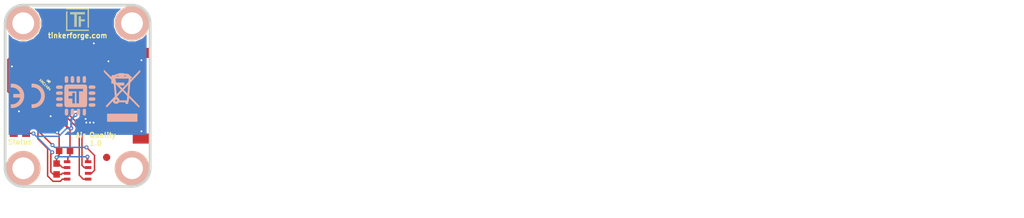
<source format=kicad_pcb>
(kicad_pcb (version 20221018) (generator pcbnew)
  (title_block (title "VOC Bricklet") (date "2017-11-13") (rev "1.0") (company "Tinkerforge GmbH") (comment 1 "Licensed under CERN OHL v.1.1") (comment 2 "Copyright (©) 2017, L.Lauer <lukas@tinkerforge.com>"))
  (layers (0 "F.Cu" signal) (31 "B.Cu" signal) (34 "B.Paste" user) (35 "F.Paste" user) (36 "B.SilkS" user "B.Silkscreen") (37 "F.SilkS" user "F.Silkscreen") (38 "B.Mask" user) (39 "F.Mask" user) (44 "Edge.Cuts" user))
  (net 0 "")
  (net 1 "GND")
  (net 2 "VCC")
  (net 3 "Net-(D101-Pad2)")
  (net 4 "Net-(P101-Pad4)")
  (net 5 "Net-(P101-Pad5)")
  (net 6 "Net-(P101-Pad6)")
  (net 7 "Net-(C102-Pad2)")
  (net 8 "Net-(R101-Pad1)")
  (net 9 "S-MISO")
  (net 10 "S-CS")
  (net 11 "S-CLK")
  (net 12 "S-MOSI")
  (net 13 "Net-(P102-Pad1)")
  (net 14 "Net-(P103-Pad2)")
  (net 15 "M-CS")
  (net 16 "M-MOSI")
  (net 17 "M-CLK")
  (net 18 "M-MISO")
  (net 19 "+5V")
  (net 20 "Net-(U2-Pad1)")
  (net 21 "Net-(U2-Pad2)")
  (net 22 "Net-(U2-Pad4)")
  (net 23 "Net-(U2-Pad5)")
  (net 24 "Net-(U2-Pad6)")
  (net 25 "Net-(U2-Pad8)")
  (net 26 "Net-(U2-Pad9)")
  (net 27 "Net-(U2-Pad10)")
  (net 28 "Net-(U2-Pad11)")
  (net 29 "Net-(U2-Pad12)")
  (net 30 "Net-(U2-Pad14)")
  (net 31 "Net-(U2-Pad15)")
  (net 32 "Net-(U2-Pad16)")
  (net 33 "Net-(U2-Pad20)")
  (net 34 "Net-(U2-Pad21)")
  (net 35 "Net-(U2-Pad22)")
  (net 36 "Net-(U2-Pad23)")
  (net 37 "Net-(U2-Pad24)")
  (net 38 "Net-(U2-Pad25)")
  (net 39 "Net-(U2-Pad26)")
  (net 40 "Net-(U2-Pad28)")
  (net 41 "Net-(U2-Pad29)")
  (net 42 "Net-(U2-Pad30)")
  (net 43 "Net-(U2-Pad31)")
  (net 44 "Net-(U2-Pad32)")
  (net 45 "Net-(U2-Pad34)")
  (net 46 "Net-(U2-Pad41)")
  (net 47 "Net-(U2-Pad42)")
  (net 48 "Net-(U2-Pad43)")
  (net 49 "Net-(U2-Pad47)")
  (net 50 "Net-(U2-Pad48)")
  (footprint "kicad-libraries:Logo_31x31" (layer "F.Cu") (at 143.5 128.9)
    (fp_text reference "G***" hide)
    (fp_text value "Logo_31x31" hide)
  )
  (footprint "kicad-libraries:DEBUG_PAD" (layer "F.Cu") (at 143.62 133.93 -90)
    (fp_text reference "P102")
    (fp_text value "DEBUG")
    (pad "1" smd circle (at 0 0 270) (size 0.7 0.7) (layers "F.Cu" "F.Paste" "F.Mask") (net 13 "Net-(P102-Pad1)"))
  )
  (footprint "kicad-libraries:SolderJumper" (layer "F.Cu") (at 146.6 134.53 -135)
    (fp_text reference "P103")
    (fp_text value "BOOT")
    (pad "1" smd rect (at -0.499999 0 225) (size 0.4 1.4) (layers "F.Cu" "F.Mask") (net 1 "GND"))
    (pad "1" smd rect (at -0.225 -0.55 225) (size 0.95 0.3) (layers "F.Cu" "F.Mask") (net 1 "GND"))
    (pad "1" smd rect (at -0.225 0.55 225) (size 0.95 0.3) (layers "F.Cu" "F.Mask") (net 1 "GND"))
    (pad "2" smd rect (at 0.15 0 225) (size 0.6 0.5) (layers "F.Cu" "F.Mask") (net 14 "Net-(P103-Pad2)"))
    (pad "2" smd rect (at 0.55 0 225) (size 0.3 1.4) (layers "F.Cu" "F.Mask") (net 14 "Net-(P103-Pad2)"))
  )
  (footprint "kicad-libraries:Fiducial_Mark" (layer "F.Cu") (at 149.1 149.5)
    (fp_text reference "Fiducial_Mark" hide)
    (fp_text value "VAL**" hide)
    (pad "1" smd circle (at 0 0) (size 1.00076 1.00076) (layers "F.Cu" "F.Paste" "F.Mask") (clearance 0.65024))
  )
  (footprint "kicad-libraries:Fiducial_Mark" (layer "F.Cu") (at 153.6 137.5)
    (fp_text reference "Fiducial_Mark" hide)
    (fp_text value "VAL**" hide)
    (pad "1" smd circle (at 0 0) (size 1.00076 1.00076) (layers "F.Cu" "F.Paste" "F.Mask") (clearance 0.65024))
  )
  (footprint "kicad-libraries:BME680" (layer "F.Cu") (at 145.1 151.3 -90)
    (fp_text reference "U1")
    (fp_text value "BME680")
    (pad "1" smd rect (at -1.2 -1.45 270) (size 0.4 0.9) (layers "F.Cu" "F.Paste" "F.Mask") (net 1 "GND"))
    (pad "2" smd rect (at -0.4 -1.45 270) (size 0.4 0.9) (layers "F.Cu" "F.Paste" "F.Mask") (net 15 "M-CS"))
    (pad "3" smd rect (at 0.4 -1.45 270) (size 0.4 0.9) (layers "F.Cu" "F.Paste" "F.Mask") (net 16 "M-MOSI"))
    (pad "4" smd rect (at 1.2 -1.45 270) (size 0.4 0.9) (layers "F.Cu" "F.Paste" "F.Mask") (net 17 "M-CLK"))
    (pad "5" smd rect (at 1.2 1.45 270) (size 0.4 0.9) (layers "F.Cu" "F.Paste" "F.Mask") (net 18 "M-MISO"))
    (pad "6" smd rect (at 0.4 1.45 270) (size 0.4 0.9) (layers "F.Cu" "F.Paste" "F.Mask") (net 2 "VCC"))
    (pad "7" smd rect (at -0.4 1.45 270) (size 0.4 0.9) (layers "F.Cu" "F.Paste" "F.Mask") (net 1 "GND"))
    (pad "8" smd rect (at -1.2 1.45 270) (size 0.4 0.9) (layers "F.Cu" "F.Paste" "F.Mask") (net 2 "VCC"))
  )
  (footprint "kicad-libraries:QFN48-EP2" (layer "F.Cu") (at 141.1 139 135)
    (fp_text reference "U2" (at 0 0 135) (layer "F.SilkS") (effects (font (size 0.29972 0.29972) (thickness 0.0762))))
    (fp_text value "XMC1404" (at 0 -0.7 135) (layer "F.SilkS") (effects (font (size 0.29972 0.29972) (thickness 0.07493))))
    (pad "1" smd rect (at -2.74828 3.61188 315) (size 0.29972 1.14808) (layers "F.Cu" "F.Paste" "F.Mask") (net 20 "Net-(U2-Pad1)"))
    (pad "2" smd rect (at -2.2479 3.61188 315) (size 0.29972 1.14808) (layers "F.Cu" "F.Paste" "F.Mask") (net 21 "Net-(U2-Pad2)"))
    (pad "3" smd rect (at -1.74752 3.61188 315) (size 0.29972 1.14808) (layers "F.Cu" "F.Paste" "F.Mask") (net 9 "S-MISO"))
    (pad "4" smd rect (at -1.24968 3.61188 315) (size 0.29972 1.14808) (layers "F.Cu" "F.Paste" "F.Mask") (net 22 "Net-(U2-Pad4)"))
    (pad "5" smd rect (at -0.7493 3.61188 315) (size 0.29972 1.14808) (layers "F.Cu" "F.Paste" "F.Mask") (net 23 "Net-(U2-Pad5)"))
    (pad "6" smd rect (at -0.24892 3.61188 315) (size 0.29972 1.14808) (layers "F.Cu" "F.Paste" "F.Mask") (net 24 "Net-(U2-Pad6)"))
    (pad "7" smd rect (at 0.24892 3.61188 315) (size 0.29972 1.14808) (layers "F.Cu" "F.Paste" "F.Mask") (net 14 "Net-(P103-Pad2)"))
    (pad "8" smd rect (at 0.7493 3.61188 315) (size 0.29972 1.14808) (layers "F.Cu" "F.Paste" "F.Mask") (net 25 "Net-(U2-Pad8)"))
    (pad "9" smd rect (at 1.24968 3.61188 315) (size 0.29972 1.14808) (layers "F.Cu" "F.Paste" "F.Mask") (net 26 "Net-(U2-Pad9)"))
    (pad "10" smd rect (at 1.74752 3.61188 315) (size 0.29972 1.14808) (layers "F.Cu" "F.Paste" "F.Mask") (net 27 "Net-(U2-Pad10)"))
    (pad "11" smd rect (at 2.2479 3.61188 315) (size 0.29972 1.14808) (layers "F.Cu" "F.Paste" "F.Mask") (net 28 "Net-(U2-Pad11)"))
    (pad "12" smd rect (at 2.74828 3.61188 315) (size 0.29972 1.14808) (layers "F.Cu" "F.Paste" "F.Mask") (net 29 "Net-(U2-Pad12)"))
    (pad "13" smd rect (at 3.61188 2.74828 45) (size 0.29972 1.14808) (layers "F.Cu" "F.Paste" "F.Mask") (net 13 "Net-(P102-Pad1)"))
    (pad "14" smd rect (at 3.61188 2.2479 45) (size 0.29972 1.14808) (layers "F.Cu" "F.Paste" "F.Mask") (net 30 "Net-(U2-Pad14)"))
    (pad "15" smd rect (at 3.61188 1.74752 45) (size 0.29972 1.14808) (layers "F.Cu" "F.Paste" "F.Mask") (net 31 "Net-(U2-Pad15)"))
    (pad "16" smd rect (at 3.61188 1.24968 45) (size 0.29972 1.14808) (layers "F.Cu" "F.Paste" "F.Mask") (net 32 "Net-(U2-Pad16)"))
    (pad "17" smd rect (at 3.61188 0.7493 45) (size 0.29972 1.14808) (layers "F.Cu" "F.Paste" "F.Mask") (net 1 "GND"))
    (pad "18" smd rect (at 3.61188 0.24892 45) (size 0.29972 1.14808) (layers "F.Cu" "F.Paste" "F.Mask") (net 2 "VCC"))
    (pad "19" smd rect (at 3.61188 -0.24892 45) (size 0.29972 1.14808) (layers "F.Cu" "F.Paste" "F.Mask") (net 2 "VCC"))
    (pad "20" smd rect (at 3.61188 -0.7493 45) (size 0.29972 1.14808) (layers "F.Cu" "F.Paste" "F.Mask") (net 33 "Net-(U2-Pad20)"))
    (pad "21" smd rect (at 3.61188 -1.24968 45) (size 0.29972 1.14808) (layers "F.Cu" "F.Paste" "F.Mask") (net 34 "Net-(U2-Pad21)"))
    (pad "22" smd rect (at 3.61188 -1.74752 45) (size 0.29972 1.14808) (layers "F.Cu" "F.Paste" "F.Mask") (net 35 "Net-(U2-Pad22)"))
    (pad "23" smd rect (at 3.61188 -2.2479 45) (size 0.29972 1.14808) (layers "F.Cu" "F.Paste" "F.Mask") (net 36 "Net-(U2-Pad23)"))
    (pad "24" smd rect (at 3.61188 -2.74828 45) (size 0.29972 1.14808) (layers "F.Cu" "F.Paste" "F.Mask") (net 37 "Net-(U2-Pad24)"))
    (pad "25" smd rect (at 2.74828 -3.61188 135) (size 0.29972 1.14808) (layers "F.Cu" "F.Paste" "F.Mask") (net 38 "Net-(U2-Pad25)"))
    (pad "26" smd rect (at 2.2479 -3.61188 135) (size 0.29972 1.14808) (layers "F.Cu" "F.Paste" "F.Mask") (net 39 "Net-(U2-Pad26)"))
    (pad "27" smd rect (at 1.74752 -3.61188 135) (size 0.29972 1.14808) (layers "F.Cu" "F.Paste" "F.Mask") (net 2 "VCC"))
    (pad "28" smd rect (at 1.24968 -3.61188 135) (size 0.29972 1.14808) (layers "F.Cu" "F.Paste" "F.Mask") (net 40 "Net-(U2-Pad28)"))
    (pad "29" smd rect (at 0.7493 -3.61188 135) (size 0.29972 1.14808) (layers "F.Cu" "F.Paste" "F.Mask") (net 41 "Net-(U2-Pad29)"))
    (pad "30" smd rect (at 0.24892 -3.61188 135) (size 0.29972 1.14808) (layers "F.Cu" "F.Paste" "F.Mask") (net 42 "Net-(U2-Pad30)"))
    (pad "31" smd rect (at -0.24892 -3.61188 135) (size 0.29972 1.14808) (layers "F.Cu" "F.Paste" "F.Mask") (net 43 "Net-(U2-Pad31)"))
    (pad "32" smd rect (at -0.7493 -3.61188 135) (size 0.29972 1.14808) (layers "F.Cu" "F.Paste" "F.Mask") (net 44 "Net-(U2-Pad32)"))
    (pad "33" smd rect (at -1.24968 -3.61188 135) (size 0.29972 1.14808) (layers "F.Cu" "F.Paste" "F.Mask") (net 8 "Net-(R101-Pad1)"))
    (pad "34" smd rect (at -1.74752 -3.61188 135) (size 0.29972 1.14808) (layers "F.Cu" "F.Paste" "F.Mask") (net 45 "Net-(U2-Pad34)"))
    (pad "35" smd rect (at -2.2479 -3.61188 135) (size 0.29972 1.14808) (layers "F.Cu" "F.Paste" "F.Mask") (net 18 "M-MISO"))
    (pad "36" smd rect (at -2.74828 -3.61188 135) (size 0.29972 1.14808) (layers "F.Cu" "F.Paste" "F.Mask") (net 16 "M-MOSI"))
    (pad "37" smd rect (at -3.60934 -2.74828 225) (size 0.29972 1.15062) (layers "F.Cu" "F.Paste" "F.Mask") (net 1 "GND"))
    (pad "38" smd rect (at -3.61188 -2.2479 225) (size 0.29972 1.14808) (layers "F.Cu" "F.Paste" "F.Mask") (net 2 "VCC"))
    (pad "39" smd rect (at -3.61188 -1.74752 225) (size 0.29972 1.14808) (layers "F.Cu" "F.Paste" "F.Mask") (net 17 "M-CLK"))
    (pad "40" smd rect (at -3.61188 -1.24968 225) (size 0.29972 1.14808) (layers "F.Cu" "F.Paste" "F.Mask") (net 15 "M-CS"))
    (pad "41" smd rect (at -3.61188 -0.7493 225) (size 0.29972 1.14808) (layers "F.Cu" "F.Paste" "F.Mask") (net 46 "Net-(U2-Pad41)"))
    (pad "42" smd rect (at -3.61188 -0.24892 225) (size 0.29972 1.14808) (layers "F.Cu" "F.Paste" "F.Mask") (net 47 "Net-(U2-Pad42)"))
    (pad "43" smd rect (at -3.61188 0.24892 225) (size 0.29972 1.14808) (layers "F.Cu" "F.Paste" "F.Mask") (net 48 "Net-(U2-Pad43)"))
    (pad "44" smd rect (at -3.61188 0.7493 225) (size 0.29972 1.14808) (layers "F.Cu" "F.Paste" "F.Mask") (net 10 "S-CS"))
    (pad "45" smd rect (at -3.61188 1.24968 225) (size 0.29972 1.14808) (layers "F.Cu" "F.Paste" "F.Mask") (net 11 "S-CLK"))
    (pad "46" smd rect (at -3.61188 1.74752 225) (size 0.29972 1.14808) (layers "F.Cu" "F.Paste" "F.Mask") (net 12 "S-MOSI"))
    (pad "47" smd rect (at -3.61188 2.2479 225) (size 0.29972 1.14808) (layers "F.Cu" "F.Paste" "F.Mask") (net 49 "Net-(U2-Pad47)"))
    (pad "48" smd rect (at -3.61188 2.74828 225) (size 0.29972 1.14808) (layers "F.Cu" "F.Paste" "F.Mask") (net 50 "Net-(U2-Pad48)"))
    (pad "EP" smd rect (at 0 0 135) (size 3.5 3.5) (layers "F.Cu" "F.Paste" "F.Mask") (net 1 "GND"))
  )
  (footprint "kicad-libraries:C0603F" (layer "F.Cu") (at 142.2 151.1 90)
    (fp_text reference "C1")
    (fp_text value "100nF")
    (pad "1" smd rect (at -0.75 0 90) (size 0.9 0.9) (layers "F.Cu" "F.Paste" "F.Mask") (net 2 "VCC"))
    (pad "2" smd rect (at 0.75 0 90) (size 0.9 0.9) (layers "F.Cu" "F.Paste" "F.Mask") (net 1 "GND"))
  )
  (footprint "kicad-libraries:C0603F" (layer "F.Cu") (at 137 142.1 -45)
    (fp_text reference "C2")
    (fp_text value "100nF")
    (pad "1" smd rect (at -0.75 0 315) (size 0.9 0.9) (layers "F.Cu" "F.Paste" "F.Mask") (net 2 "VCC"))
    (pad "2" smd rect (at 0.75 0 315) (size 0.9 0.9) (layers "F.Cu" "F.Paste" "F.Mask") (net 1 "GND"))
  )
  (footprint "kicad-libraries:C0603F" (layer "F.Cu") (at 137.1 135.9 -135)
    (fp_text reference "C3")
    (fp_text value "100nF")
    (pad "1" smd rect (at -0.75 0 225) (size 0.9 0.9) (layers "F.Cu" "F.Paste" "F.Mask") (net 2 "VCC"))
    (pad "2" smd rect (at 0.75 0 225) (size 0.9 0.9) (layers "F.Cu" "F.Paste" "F.Mask") (net 1 "GND"))
  )
  (footprint "kicad-libraries:C0805" (layer "F.Cu") (at 148.5 143.4 90)
    (fp_text reference "C101")
    (fp_text value "10uF")
    (pad "1" smd rect (at -1.00076 0 90) (size 1.00076 1.24968) (layers "F.Cu" "F.Paste" "F.Mask") (net 1 "GND") (clearance 0.14986))
    (pad "2" smd rect (at 1.00076 0 90) (size 1.00076 1.24968) (layers "F.Cu" "F.Paste" "F.Mask") (net 2 "VCC") (clearance 0.14986))
  )
  (footprint "kicad-libraries:C0402F" (layer "F.Cu") (at 148.7 136.75 -90)
    (fp_text reference "C102")
    (fp_text value "220pF")
    (pad "1" smd rect (at -0.5 0 270) (size 0.6 0.7) (layers "F.Cu" "F.Paste" "F.Mask") (net 1 "GND"))
    (pad "2" smd rect (at 0.5 0 270) (size 0.6 0.7) (layers "F.Cu" "F.Paste" "F.Mask") (net 7 "Net-(C102-Pad2)"))
  )
  (footprint "kicad-libraries:C0603F" (layer "F.Cu") (at 147 143.2 90)
    (fp_text reference "C103")
    (fp_text value "1uF")
    (pad "1" smd rect (at -0.75 0 90) (size 0.9 0.9) (layers "F.Cu" "F.Paste" "F.Mask") (net 1 "GND"))
    (pad "2" smd rect (at 0.75 0 90) (size 0.9 0.9) (layers "F.Cu" "F.Paste" "F.Mask") (net 2 "VCC"))
  )
  (footprint "kicad-libraries:C0603F" (layer "F.Cu") (at 142.27 144.98 -135)
    (fp_text reference "C104")
    (fp_text value "100nF")
    (pad "1" smd rect (at -0.75 0 225) (size 0.9 0.9) (layers "F.Cu" "F.Paste" "F.Mask") (net 2 "VCC"))
    (pad "2" smd rect (at 0.75 0 225) (size 0.9 0.9) (layers "F.Cu" "F.Paste" "F.Mask") (net 1 "GND"))
  )
  (footprint "kicad-libraries:C0603F" (layer "F.Cu") (at 143.3 148.6 180)
    (fp_text reference "C105")
    (fp_text value "100nF")
    (pad "1" smd rect (at -0.75 0 180) (size 0.9 0.9) (layers "F.Cu" "F.Paste" "F.Mask") (net 2 "VCC"))
    (pad "2" smd rect (at 0.75 0 180) (size 0.9 0.9) (layers "F.Cu" "F.Paste" "F.Mask") (net 1 "GND"))
  )
  (footprint "kicad-libraries:D0603E" (layer "F.Cu") (at 137.14 146.18 180)
    (fp_text reference "D101")
    (fp_text value "blue")
    (pad "1" smd rect (at -0.8501 0 180) (size 1.1 1) (layers "F.Cu" "F.Paste" "F.Mask") (net 2 "VCC"))
    (pad "2" smd rect (at 0.8501 0 180) (size 1.1 1) (layers "F.Cu" "F.Paste" "F.Mask") (net 3 "Net-(D101-Pad2)"))
  )
  (footprint "kicad-libraries:CON-SENSOR2" (layer "F.Cu") (at 155.1 141 90)
    (fp_text reference "P101")
    (fp_text value "CON-SENSOR2")
    (pad "1" smd rect (at -3.75 -4.6 90) (size 0.6 1.8) (layers "F.Cu" "F.Paste" "F.Mask") (net 19 "+5V"))
    (pad "2" smd rect (at -2.5 -4.6 90) (size 0.6 1.8) (layers "F.Cu" "F.Paste" "F.Mask") (net 1 "GND"))
    (pad "3" smd rect (at -1.25 -4.6 90) (size 0.6 1.8) (layers "F.Cu" "F.Paste" "F.Mask") (net 2 "VCC"))
    (pad "4" smd rect (at 0 -4.6 90) (size 0.6 1.8) (layers "F.Cu" "F.Paste" "F.Mask") (net 4 "Net-(P101-Pad4)"))
    (pad "5" smd rect (at 1.25 -4.6 90) (size 0.6 1.8) (layers "F.Cu" "F.Paste" "F.Mask") (net 5 "Net-(P101-Pad5)"))
    (pad "6" smd rect (at 2.5 -4.6 90) (size 0.6 1.8) (layers "F.Cu" "F.Paste" "F.Mask") (net 6 "Net-(P101-Pad6)"))
    (pad "7" smd rect (at 3.75 -4.6 90) (size 0.6 1.8) (layers "F.Cu" "F.Paste" "F.Mask") (net 7 "Net-(C102-Pad2)"))
    (pad "EP" smd rect (at -5.9 -1.2 90) (size 1.4 2.4) (layers "F.Cu" "F.Paste" "F.Mask") (net 1 "GND"))
    (pad "EP" smd rect (at 5.9 -1.2 90) (size 1.4 2.4) (layers "F.Cu" "F.Paste" "F.Mask") (net 1 "GND"))
  )
  (footprint "kicad-libraries:R0603F" (layer "F.Cu") (at 137.14 144.83 180)
    (fp_text reference "R101")
    (fp_text value "1k")
    (pad "1" smd rect (at -0.75 0 180) (size 0.9 0.9) (layers "F.Cu" "F.Paste" "F.Mask") (net 8 "Net-(R101-Pad1)"))
    (pad "2" smd rect (at 0.75 0 180) (size 0.9 0.9) (layers "F.Cu" "F.Paste" "F.Mask") (net 3 "Net-(D101-Pad2)"))
  )
  (footprint "kicad-libraries:4X0402" (layer "F.Cu") (at 148.19 139.42 90)
    (fp_text reference "RP101")
    (fp_text value "82")
    (pad "1" smd rect (at -0.7493 0.575 270) (size 0.29972 0.65) (layers "F.Cu" "F.Paste" "F.Mask") (net 4 "Net-(P101-Pad4)"))
    (pad "2" smd rect (at -0.24892 0.575 270) (size 0.29972 0.65) (layers "F.Cu" "F.Paste" "F.Mask") (net 5 "Net-(P101-Pad5)"))
    (pad "3" smd rect (at 0.24892 0.575 270) (size 0.29972 0.65) (layers "F.Cu" "F.Paste" "F.Mask") (net 6 "Net-(P101-Pad6)"))
    (pad "4" smd rect (at 0.7493 0.575 270) (size 0.29972 0.65) (layers "F.Cu" "F.Paste" "F.Mask") (net 7 "Net-(C102-Pad2)"))
    (pad "5" smd rect (at 0.7493 -0.575 90) (size 0.29972 0.65) (layers "F.Cu" "F.Paste" "F.Mask") (net 9 "S-MISO"))
    (pad "6" smd rect (at 0.24892 -0.575 90) (size 0.29972 0.65) (layers "F.Cu" "F.Paste" "F.Mask") (net 12 "S-MOSI"))
    (pad "7" smd rect (at -0.24892 -0.575 90) (size 0.29972 0.65) (layers "F.Cu" "F.Paste" "F.Mask") (net 11 "S-CLK"))
    (pad "8" smd rect (at -0.7493 -0.575 90) (size 0.29972 0.65) (layers "F.Cu" "F.Paste" "F.Mask") (net 10 "S-CS"))
  )
  (footprint "kicad-libraries:DRILL_NP" (layer "F.Cu") (at 152.6 131)
    (fp_text reference "U103" hide)
    (fp_text value "DRILL" hide)
    (pad "" np_thru_hole circle (at 0 0) (size 2.99974 2.99974) (drill 2.99974) (layers "*.Cu" "*.Mask" "F.SilkS") (clearance 0.89916))
  )
  (footprint "kicad-libraries:DRILL_NP" (layer "F.Cu") (at 152.6 151)
    (fp_text reference "U104" hide)
    (fp_text value "DRILL" hide)
    (pad "" np_thru_hole circle (at 0 0) (size 2.99974 2.99974) (drill 2.99974) (layers "*.Cu" "*.Mask" "F.SilkS") (clearance 0.89916))
  )
  (footprint "kicad-libraries:DRILL_NP" (layer "F.Cu") (at 137.6 131)
    (fp_text reference "U105" hide)
    (fp_text value "DRILL" hide)
    (pad "" np_thru_hole circle (at 0 0) (size 2.99974 2.99974) (drill 2.99974) (layers "*.Cu" "*.Mask" "F.SilkS") (clearance 0.89916))
  )
  (footprint "kicad-libraries:DRILL_NP" (layer "F.Cu") (at 137.6 151)
    (fp_text reference "U106" hide)
    (fp_text value "DRILL" hide)
    (pad "" np_thru_hole circle (at 0 0) (size 2.99974 2.99974) (drill 2.99974) (layers "*.Cu" "*.Mask" "F.SilkS") (clearance 0.89916))
  )
  (footprint "kicad-libraries:Logo_CoMCU" (layer "B.Cu") (at 144.84 141.01 180)
    (fp_text reference "G***" hide)
    (fp_text value "LOGO" hide)
  )
  (footprint "kicad-libraries:WEEE_7mm" (layer "B.Cu") (at 151.24 141.01 180)
    (fp_text reference "G***" hide)
    (fp_text value "LOGO" hide)
  )
  (footprint "kicad-libraries:CE_5mm" (layer "B.Cu") (at 138.19 141.01 180)
    (fp_text reference "VAL" hide)
    (fp_text value "CE_5mm" hide)
  )
  (gr_arc (start 135.1 131) (mid 135.832233 129.232233) (end 137.6 128.5) (stroke (width 0.381)) (layer "Edge.Cuts"))
  (gr_arc (start 155.1 151) (mid 154.367767 152.767767) (end 152.6 153.5) (stroke (width 0.381)) (layer "Edge.Cuts"))
  (gr_line (start 137.6 128.5) (end 152.6 128.5) (stroke (width 0.381)) (layer "Edge.Cuts"))
  (gr_arc (start 152.6 128.5) (mid 154.367767 129.232233) (end 155.1 131) (stroke (width 0.381)) (layer "Edge.Cuts"))
  (gr_line (start 137.6 153.5) (end 152.6 153.5) (stroke (width 0.381)) (layer "Edge.Cuts"))
  (gr_arc (start 137.6 153.5) (mid 135.832233 152.767767) (end 135.1 151) (stroke (width 0.381)) (layer "Edge.Cuts"))
  (gr_line (start 155.1 151) (end 155.1 131) (stroke (width 0.381)) (layer "Edge.Cuts"))
  (gr_line (start 135.1 151) (end 135.1 131) (stroke (width 0.381)) (layer "Edge.Cuts"))
  (gr_text "Air Quality\n1.0" (at 147.6 147) (layer "F.SilkS") (effects (font (size 0.7 0.7))))
  (gr_text "tinkerforge.com" (at 145.1 132.7) (layer "F.SilkS") (effects (font (size 0.7 0.7))))
  (gr_text "Status" (at 137.14 147.36) (layer "F.SilkS") (effects (font (size 0.7 0.7))))
  (segment (start 147 144.4) (end 147.3 144.7) (width 0.55) (layer "F.Cu") (net 1))
  (segment (start 147 144.5) (end 146.8 144.7) (width 0.55) (layer "F.Cu") (net 1))
  (segment (start 146.95 143.95) (end 146.3 144.6) (width 0.55) (layer "F.Cu") (net 1))
  (segment (start 146.3 144.6) (end 146.3 144.7) (width 0.55) (layer "F.Cu") (net 1))
  (segment (start 146.45 143.95) (end 146.2 144.2) (width 0.55) (layer "F.Cu") (net 1))
  (segment (start 149.9 143.5) (end 148.99924 144.40076) (width 0.5) (layer "F.Cu") (net 1))
  (segment (start 148.99924 144.40076) (end 148.5 144.40076) (width 0.5) (layer "F.Cu") (net 1))
  (segment (start 147.90076 144.40076) (end 147.45 143.95) (width 0.55) (layer "F.Cu") (net 1))
  (segment (start 147.45 143.95) (end 147 143.95) (width 0.5) (layer "F.Cu") (net 1))
  (segment (start 141.546447 140.1) (end 141.5 140.1) (width 0.25) (layer "F.Cu") (net 1))
  (segment (start 139.07618 135.91618) (end 141.1 137.94) (width 0.2) (layer "F.Cu") (net 1))
  (segment (start 141.1 137.94) (end 141.1 139) (width 0.2) (layer "F.Cu") (net 1))
  (segment (start 141.704484 143.495516) (end 141.38 143.82) (width 0.2) (layer "F.Cu") (net 1))
  (segment (start 137.52967 142.63033) (end 137.01 143.15) (width 0.55) (layer "F.Cu") (net 1))
  (segment (start 142.27 146.04) (end 141.74033 145.51033) (width 0.55) (layer "F.Cu") (net 1))
  (segment (start 146.438008 133.981992) (end 146.61 133.81) (width 0.2) (layer "F.Cu") (net 1))
  (segment (start 146.61 133.81) (end 146.61 133.86) (width 0.2) (layer "F.Cu") (net 1))
  (segment (start 146.61 133.86) (end 146.93 134.18) (width 0.2) (layer "F.Cu") (net 1))
  (segment (start 146.93 134.18) (end 146.953553 134.176447) (width 0.2) (layer "F.Cu") (net 1))
  (segment (start 146.953553 134.183553) (end 147.27 134.5) (width 0.2) (layer "F.Cu") (net 1))
  (segment (start 147.27 134.5) (end 147.27 134.65) (width 0.2) (layer "F.Cu") (net 1))
  (segment (start 147.27 134.65) (end 147.05 134.87) (width 0.2) (layer "F.Cu") (net 1))
  (segment (start 147.05 134.87) (end 147.148008 134.75981) (width 0.2) (layer "F.Cu") (net 1))
  (segment (start 146.953553 134.166447) (end 147.34 133.78) (width 0.3) (layer "F.Cu") (net 1))
  (segment (start 142.55 149.15) (end 142.2 149.5) (width 0.2) (layer "F.Cu") (net 1))
  (segment (start 142.2 149.5) (end 142.2 150.35) (width 0.2) (layer "F.Cu") (net 1))
  (segment (start 142.55 146.32) (end 142.27 146.04) (width 0.2) (layer "F.Cu") (net 1))
  (segment (start 143 150.9) (end 142.45 150.35) (width 0.2) (layer "F.Cu") (net 1))
  (segment (start 142.45 150.35) (end 142.2 150.35) (width 0.2) (layer "F.Cu") (net 1))
  (segment (start 142.55 148.6) (end 142.55 146.32) (width 0.2) (layer "F.Cu") (net 1))
  (segment (start 136.56967 136.43033) (end 136.04 136.96) (width 0.55) (layer "F.Cu") (net 1))
  (segment (start 146.45 150.1) (end 146.45 149.41) (width 0.3) (layer "F.Cu") (net 1))
  (segment (start 141.73967 145.51033) (end 141.74033 145.51033) (width 0.55) (layer "F.Cu") (net 1))
  (segment (start 150.5 143.5) (end 149.9 143.5) (width 0.5) (layer "F.Cu") (net 1))
  (segment (start 147 143.95) (end 147 144.5) (width 0.55) (layer "F.Cu") (net 1))
  (segment (start 147 143.95) (end 146.45 143.95) (width 0.55) (layer "F.Cu") (net 1))
  (segment (start 147 143.95) (end 147 144.4) (width 0.55) (layer "F.Cu") (net 1))
  (segment (start 141.708861 143.495516) (end 141.704484 143.495516) (width 0.2) (layer "F.Cu") (net 1))
  (segment (start 153.9 135.1) (end 153.9 136.1) (width 0.55) (layer "F.Cu") (net 1))
  (segment (start 148.5 144.40076) (end 147.90076 144.40076) (width 0.5) (layer "F.Cu") (net 1))
  (segment (start 146.953553 134.176447) (end 146.953553 134.166447) (width 0.3) (layer "F.Cu") (net 1))
  (segment (start 139.07585 135.91618) (end 139.07618 135.91618) (width 0.2) (layer "F.Cu") (net 1))
  (segment (start 146.37019 133.981992) (end 146.438008 133.981992) (width 0.2) (layer "F.Cu") (net 1))
  (segment (start 146.953553 134.176447) (end 146.953553 134.183553) (width 0.2) (layer "F.Cu") (net 1))
  (segment (start 153.9 146.9) (end 153.9 145.9) (width 0.55) (layer "F.Cu") (net 1))
  (segment (start 143.65 150.9) (end 143 150.9) (width 0.2) (layer "F.Cu") (net 1))
  (segment (start 148.7 136.25) (end 149.35 136.25) (width 0.55) (layer "F.Cu") (net 1))
  (segment (start 143.75 150.9) (end 143.5 150.9) (width 0.2) (layer "F.Cu") (net 1))
  (segment (start 137.53033 142.63033) (end 137.52967 142.63033) (width 0.55) (layer "F.Cu") (net 1))
  (segment (start 147 143.95) (end 146.95 143.95) (width 0.5) (layer "F.Cu") (net 1))
  (segment (start 142.55 148.6) (end 142.55 149.15) (width 0.2) (layer "F.Cu") (net 1))
  (via (at 147.3 144.7) (size 0.55) (drill 0.25) (layers "F.Cu" "B.Cu") (net 1))
  (via (at 142.2 149.5) (size 0.55) (drill 0.25) (layers "F.Cu" "B.Cu") (net 1))
  (via (at 153.9 136.1) (size 0.55) (drill 0.25) (layers "F.Cu" "B.Cu") (net 1))
  (via (at 153.9 145.9) (size 0.55) (drill 0.25) (layers "F.Cu" "B.Cu") (net 1))
  (via (at 146.45 149.41) (size 0.55) (drill 0.25) (layers "F.Cu" "B.Cu") (net 1))
  (via (at 147.34 133.78) (size 0.55) (drill 0.25) (layers "F.Cu" "B.Cu") (net 1))
  (via (at 141.1 139) (size 0.55) (drill 0.25) (layers "F.Cu" "B.Cu") (net 1))
  (via (at 146.8 144.7) (size 0.55) (drill 0.25) (layers "F.Cu" "B.Cu") (net 1))
  (via (at 149.35 136.25) (size 0.55) (drill 0.25) (layers "F.Cu" "B.Cu") (net 1))
  (via (at 136.04 136.96) (size 0.55) (drill 0.25) (layers "F.Cu" "B.Cu") (net 1))
  (via (at 146.2 144.2) (size 0.55) (drill 0.25) (layers "F.Cu" "B.Cu") (net 1))
  (via (at 146.3 144.7) (size 0.55) (drill 0.25) (layers "F.Cu" "B.Cu") (net 1))
  (via (at 142.27 146.04) (size 0.55) (drill 0.25) (layers "F.Cu" "B.Cu") (net 1))
  (via (at 141.38 143.82) (size 0.55) (drill 0.25) (layers "F.Cu" "B.Cu") (net 1))
  (via (at 137.01 143.15) (size 0.55) (drill 0.25) (layers "F.Cu" "B.Cu") (net 1))
  (segment (start 142.29 149.41) (end 142.2 149.5) (width 0.2) (layer "B.Cu") (net 1))
  (segment (start 142.29 149.41) (end 146.45 149.41) (width 0.2) (layer "B.Cu") (net 1))
  (segment (start 149.45 142.25) (end 149.30076 142.39924) (width 0.5) (layer "F.Cu") (net 2))
  (segment (start 149.30076 142.39924) (end 148.5 142.39924) (width 0.5) (layer "F.Cu") (net 2))
  (segment (start 147.05076 142.39924) (end 147 142.45) (width 0.5) (layer "F.Cu") (net 2))
  (segment (start 137.821696 135.36967) (end 138.722028 136.270002) (width 0.2) (layer "F.Cu") (net 2))
  (segment (start 137.63033 135.67033) (end 137.88 135.92) (width 0.2) (layer "F.Cu") (net 2))
  (segment (start 137.88 135.92) (end 137.88 136.132026) (width 0.2) (layer "F.Cu") (net 2))
  (segment (start 137.88 136.132026) (end 138.370002 136.622028) (width 0.2) (layer "F.Cu") (net 2))
  (segment (start 137.291698 140.318302) (end 136.81 140.8) (width 0.2) (layer "F.Cu") (net 2))
  (segment (start 136.81 140.8) (end 136.81 141.22934) (width 0.2) (layer "F.Cu") (net 2))
  (segment (start 136.81 141.22934) (end 136.46967 141.56967) (width 0.2) (layer "F.Cu") (net 2))
  (segment (start 142.06448 143.15448) (end 142.51 143.6) (width 0.2) (layer "F.Cu") (net 2))
  (segment (start 142.51 143.6) (end 142.51 143.92) (width 0.2) (layer "F.Cu") (net 2))
  (segment (start 142.51 143.92) (end 142.80033 144.21033) (width 0.2) (layer "F.Cu") (net 2))
  (segment (start 142.80033 144.21033) (end 142.80033 144.44967) (width 0.2) (layer "F.Cu") (net 2))
  (segment (start 136.46967 141.58033) (end 136.05 142) (width 0.2) (layer "F.Cu") (net 2))
  (segment (start 136.05 142) (end 136.05 143.04) (width 0.2) (layer "F.Cu") (net 2))
  (segment (start 136.05 143.04) (end 137.13 144.12) (width 0.2) (layer "F.Cu") (net 2))
  (segment (start 137.13 144.12) (end 137.13 145.96) (width 0.2) (layer "F.Cu") (net 2))
  (segment (start 137.13 145.96) (end 137.35 146.18) (width 0.2) (layer "F.Cu") (net 2))
  (segment (start 137.35 146.18) (end 137.9901 146.18) (width 0.2) (layer "F.Cu") (net 2))
  (segment (start 136.46967 141.41967) (end 135.48 140.43) (width 0.2) (layer "F.Cu") (net 2))
  (segment (start 135.48 140.43) (end 135.48 136.02) (width 0.2) (layer "F.Cu") (net 2))
  (segment (start 135.48 136.02) (end 136.55 134.95) (width 0.2) (layer "F.Cu") (net 2))
  (segment (start 136.55 134.95) (end 137.21066 134.95) (width 0.2) (layer "F.Cu") (net 2))
  (segment (start 137.21066 134.95) (end 137.63033 135.36967) (width 0.2) (layer "F.Cu") (net 2))
  (segment (start 146 142.45) (end 144.81 143.64) (width 0.3) (layer "F.Cu") (net 2))
  (segment (start 142.80033 144.45033) (end 143.84 145.49) (width 0.3) (layer "F.Cu") (net 2))
  (segment (start 143.84 145.49) (end 144.22 145.49) (width 0.3) (layer "F.Cu") (net 2))
  (segment (start 143.75 149.55) (end 144.05 149.25) (width 0.2) (layer "F.Cu") (net 2))
  (segment (start 144.05 149.25) (end 144.05 148.6) (width 0.2) (layer "F.Cu") (net 2))
  (segment (start 143 151.7) (end 142.85 151.85) (width 0.2) (layer "F.Cu") (net 2))
  (segment (start 142.85 151.85) (end 142.2 151.85) (width 0.2) (layer "F.Cu") (net 2))
  (segment (start 144.05 145.66) (end 144.22 145.49) (width 0.2) (layer "F.Cu") (net 2))
  (segment (start 139 146.2) (end 138.98 146.18) (width 0.2) (layer "F.Cu") (net 2))
  (segment (start 138.98 146.18) (end 137.9901 146.18) (width 0.2) (layer "F.Cu") (net 2))
  (segment (start 141.760002 151.85) (end 141.410002 151.5) (width 0.2) (layer "F.Cu") (net 2))
  (segment (start 141.410002 151.5) (end 141.410002 148.989998) (width 0.2) (layer "F.Cu") (net 2))
  (segment (start 141.410002 148.989998) (end 141.6 148.8) (width 0.2) (layer "F.Cu") (net 2))
  (segment (start 136.46967 141.56967) (end 136.46967 141.58033) (width 0.2) (layer "F.Cu") (net 2))
  (segment (start 143.75 150.1) (end 143.75 149.55) (width 0.2) (layer "F.Cu") (net 2))
  (segment (start 142.2 151.85) (end 141.760002 151.85) (width 0.2) (layer "F.Cu") (net 2))
  (segment (start 148.5 142.39924) (end 147.05076 142.39924) (width 0.55) (layer "F.Cu") (net 2))
  (segment (start 143.75 151.7) (end 143 151.7) (width 0.2) (layer "F.Cu") (net 2))
  (segment (start 150.5 142.25) (end 149.45 142.25) (width 0.5) (layer "F.Cu") (net 2))
  (segment (start 137.63033 135.36967) (end 137.63033 135.67033) (width 0.2) (layer "F.Cu") (net 2))
  (segment (start 142.06448 143.14349) (end 142.06448 143.15448) (width 0.2) (layer "F.Cu") (net 2))
  (segment (start 142.80033 144.44967) (end 142.80033 144.45033) (width 0.3) (layer "F.Cu") (net 2))
  (segment (start 137.63033 135.36967) (end 137.821696 135.36967) (width 0.2) (layer "F.Cu") (net 2))
  (segment (start 136.46967 141.56967) (end 136.46967 141.41967) (width 0.2) (layer "F.Cu") (net 2))
  (segment (start 147 142.45) (end 146 142.45) (width 0.3) (layer "F.Cu") (net 2))
  (segment (start 144.05 148.6) (end 144.05 145.66) (width 0.2) (layer "F.Cu") (net 2))
  (segment (start 137.310332 140.318302) (end 137.291698 140.318302) (width 0.2) (layer "F.Cu") (net 2))
  (via (at 139 146.2) (size 0.55) (drill 0.25) (layers "F.Cu" "B.Cu") (net 2))
  (via (at 141.6 148.8) (size 0.55) (drill 0.25) (layers "F.Cu" "B.Cu") (net 2))
  (via (at 144.81 143.64) (size 0.55) (drill 0.25) (layers "F.Cu" "B.Cu") (net 2))
  (via (at 144.22 145.49) (size 0.55) (drill 0.25) (layers "F.Cu" "B.Cu") (net 2))
  (segment (start 144.81 143.64) (end 144.22 144.23) (width 0.3) (layer "B.Cu") (net 2))
  (segment (start 144.22 144.23) (end 144.22 145.49) (width 0.3) (layer "B.Cu") (net 2))
  (segment (start 143.61 145.49) (end 142.5 146.6) (width 0.2) (layer "B.Cu") (net 2))
  (segment (start 142.5 146.6) (end 139.4 146.6) (width 0.2) (layer "B.Cu") (net 2))
  (segment (start 139.4 146.6) (end 139 146.2) (width 0.2) (layer "B.Cu") (net 2))
  (segment (start 141.6 148.8) (end 139.4 146.6) (width 0.2) (layer "B.Cu") (net 2))
  (segment (start 144.22 145.49) (end 143.61 145.49) (width 0.2) (layer "B.Cu") (net 2))
  (segment (start 136.39 146.0799) (end 136.2899 146.18) (width 0.2) (layer "F.Cu") (net 3))
  (segment (start 136.39 144.83) (end 136.39 146.0799) (width 0.2) (layer "F.Cu") (net 3))
  (segment (start 149.2793 140.1693) (end 149.45 140.34) (width 0.2) (layer "F.Cu") (net 4))
  (segment (start 149.45 140.34) (end 149.45 140.89) (width 0.2) (layer "F.Cu") (net 4))
  (segment (start 149.45 140.89) (end 149.56 141) (width 0.2) (layer "F.Cu") (net 4))
  (segment (start 149.56 141) (end 150.5 141) (width 0.2) (layer "F.Cu") (net 4))
  (segment (start 148.765 140.1693) (end 149.2793 140.1693) (width 0.2) (layer "F.Cu") (net 4))
  (segment (start 149.5 139.75) (end 149.41892 139.66892) (width 0.2) (layer "F.Cu") (net 5))
  (segment (start 149.41892 139.66892) (end 148.765 139.66892) (width 0.2) (layer "F.Cu") (net 5))
  (segment (start 150.5 139.75) (end 149.5 139.75) (width 0.2) (layer "F.Cu") (net 5))
  (segment (start 149.23892 139.17108) (end 149.4 139.01) (width 0.2) (layer "F.Cu") (net 6))
  (segment (start 149.4 139.01) (end 149.4 138.64) (width 0.2) (layer "F.Cu") (net 6))
  (segment (start 149.4 138.64) (end 149.54 138.5) (width 0.2) (layer "F.Cu") (net 6))
  (segment (start 149.54 138.5) (end 150.5 138.5) (width 0.2) (layer "F.Cu") (net 6))
  (segment (start 150.5 138.5) (end 149.97 138.5) (width 0.2) (layer "F.Cu") (net 6))
  (segment (start 148.765 139.17108) (end 149.23892 139.17108) (width 0.2) (layer "F.Cu") (net 6))
  (segment (start 148.7 138.6057) (end 148.765 138.6707) (width 0.2) (layer "F.Cu") (net 7))
  (segment (start 148.7 138.6057) (end 148.765 138.6707) (width 0.2) (layer "F.Cu") (net 7))
  (segment (start 150.5 137.25) (end 148.7 137.25) (width 0.2) (layer "F.Cu") (net 7))
  (segment (start 148.7 137.25) (end 148.7 138.6057) (width 0.2) (layer "F.Cu") (net 7))
  (segment (start 137.89 143.977314) (end 139.429672 142.437642) (width 0.2) (layer "F.Cu") (net 8))
  (segment (start 137.89 144.83) (end 137.89 143.977314) (width 0.2) (layer "F.Cu") (net 8))
  (segment (start 144.889668 137.660332) (end 145.4 137.15) (width 0.2) (layer "F.Cu") (net 9))
  (segment (start 145.4 137.15) (end 145.81 137.15) (width 0.2) (layer "F.Cu") (net 9))
  (segment (start 145.81 137.15) (end 146.64 137.98) (width 0.2) (layer "F.Cu") (net 9))
  (segment (start 146.64 137.98) (end 146.64 138.37) (width 0.2) (layer "F.Cu") (net 9))
  (segment (start 146.64 138.37) (end 146.9407 138.6707) (width 0.2) (layer "F.Cu") (net 9))
  (segment (start 146.9407 138.6707) (end 147.615 138.6707) (width 0.2) (layer "F.Cu") (net 9))
  (segment (start 144.889668 137.681698) (end 144.889668 137.660332) (width 0.2) (layer "F.Cu") (net 9))
  (segment (start 144.889668 137.681698) (end 144.889668 137.680332) (width 0.2) (layer "F.Cu") (net 9))
  (segment (start 147.315678 140.1693) (end 145.894978 141.59) (width 0.2) (layer "F.Cu") (net 10))
  (segment (start 145.894978 141.59) (end 144.74967 141.59) (width 0.2) (layer "F.Cu") (net 10))
  (segment (start 144.74967 141.59) (end 144.18382 141.02415) (width 0.2) (layer "F.Cu") (net 10))
  (segment (start 147.615 140.1693) (end 147.315678 140.1693) (width 0.2) (layer "F.Cu") (net 10))
  (segment (start 146.971082 139.66892) (end 146.85 139.790002) (width 0.2) (layer "F.Cu") (net 11))
  (segment (start 146.85 139.790002) (end 146.85 140.14) (width 0.2) (layer "F.Cu") (net 11))
  (segment (start 146.85 140.14) (end 145.76 141.23) (width 0.2) (layer "F.Cu") (net 11))
  (segment (start 145.76 141.23) (end 145.097314 141.23) (width 0.2) (layer "F.Cu") (net 11))
  (segment (start 145.097314 141.23) (end 144.537642 140.670328) (width 0.2) (layer "F.Cu") (net 11))
  (segment (start 147.615 139.66892) (end 146.971082 139.66892) (width 0.2) (layer "F.Cu") (net 11))
  (segment (start 144.889668 140.319668) (end 145.37 140.8) (width 0.2) (layer "F.Cu") (net 12))
  (segment (start 145.37 140.8) (end 145.67 140.8) (width 0.2) (layer "F.Cu") (net 12))
  (segment (start 145.67 140.8) (end 146.46 140.01) (width 0.2) (layer "F.Cu") (net 12))
  (segment (start 146.46 140.01) (end 146.46 139.55) (width 0.2) (layer "F.Cu") (net 12))
  (segment (start 146.46 139.55) (end 146.83892 139.17108) (width 0.2) (layer "F.Cu") (net 12))
  (segment (start 146.83892 139.17108) (end 147.615 139.17108) (width 0.2) (layer "F.Cu") (net 12))
  (segment (start 144.889668 140.318302) (end 144.889668 140.319668) (width 0.2) (layer "F.Cu") (net 12))
  (segment (start 140.489343 134.490657) (end 141.38 133.6) (width 0.2) (layer "F.Cu") (net 13))
  (segment (start 141.38 133.6) (end 143.29 133.6) (width 0.2) (layer "F.Cu") (net 13))
  (segment (start 143.29 133.6) (end 143.62 133.93) (width 0.2) (layer "F.Cu") (net 13))
  (segment (start 140.489343 134.502688) (end 140.489343 134.490657) (width 0.2) (layer "F.Cu") (net 13))
  (segment (start 143.477972 136.262028) (end 144.42 135.32) (width 0.2) (layer "F.Cu") (net 14))
  (segment (start 144.42 135.32) (end 145.81 135.32) (width 0.2) (layer "F.Cu") (net 14))
  (segment (start 145.81 135.32) (end 146.493934 134.636066) (width 0.2) (layer "F.Cu") (net 14))
  (segment (start 143.477972 136.270002) (end 143.477972 136.262028) (width 0.2) (layer "F.Cu") (net 14))
  (segment (start 146.493934 134.636066) (end 146.211091 134.918909) (width 0.2) (layer "F.Cu") (net 14))
  (segment (start 142.770328 142.470328) (end 145.7 145.4) (width 0.2) (layer "F.Cu") (net 15))
  (segment (start 145.7 145.4) (end 145.7 150.6) (width 0.2) (layer "F.Cu") (net 15))
  (segment (start 145.7 150.6) (end 146 150.9) (width 0.2) (layer "F.Cu") (net 15))
  (segment (start 146 150.9) (end 146.45 150.9) (width 0.2) (layer "F.Cu") (net 15))
  (segment (start 142.770328 142.437642) (end 142.770328 142.470328) (width 0.2) (layer "F.Cu") (net 15))
  (segment (start 140.489343 143.510659) (end 139.980002 144.02) (width 0.2) (layer "F.Cu") (net 16))
  (segment (start 139.980002 144.02) (end 139.980002 146.160002) (width 0.2) (layer "F.Cu") (net 16))
  (segment (start 139.980002 146.160002) (end 141.63 147.81) (width 0.2) (layer "F.Cu") (net 16))
  (segment (start 146.32 148.12) (end 147.43 149.23) (width 0.2) (layer "F.Cu") (net 16))
  (segment (start 147.43 149.23) (end 147.43 151.28) (width 0.2) (layer "F.Cu") (net 16))
  (segment (start 147.43 151.28) (end 147.01 151.7) (width 0.2) (layer "F.Cu") (net 16))
  (segment (start 147.01 151.7) (end 146.45 151.7) (width 0.2) (layer "F.Cu") (net 16))
  (segment (start 140.489343 143.497312) (end 140.48269 143.497312) (width 0.2) (layer "F.Cu") (net 16))
  (segment (start 140.489343 143.497312) (end 140.489343 143.510659) (width 0.2) (layer "F.Cu") (net 16))
  (segment (start 140.489343 143.497312) (end 140.489343 143.500659) (width 0.2) (layer "F.Cu") (net 16))
  (segment (start 140.489343 143.497312) (end 140.482688 143.497312) (width 0.2) (layer "F.Cu") (net 16))
  (via (at 141.63 147.81) (size 0.55) (drill 0.25) (layers "F.Cu" "B.Cu") (net 16))
  (via (at 146.32 148.12) (size 0.55) (drill 0.25) (layers "F.Cu" "B.Cu") (net 16))
  (segment (start 141.63 147.81) (end 141.94 148.12) (width 0.2) (layer "B.Cu") (net 16))
  (segment (start 141.94 148.12) (end 146.32 148.12) (width 0.2) (layer "B.Cu") (net 16))
  (segment (start 142.419668 142.789668) (end 145.33 145.7) (width 0.2) (layer "F.Cu") (net 17))
  (segment (start 145.33 145.7) (end 145.33 151.95) (width 0.2) (layer "F.Cu") (net 17))
  (segment (start 145.33 151.95) (end 145.88 152.5) (width 0.2) (layer "F.Cu") (net 17))
  (segment (start 145.88 152.5) (end 146.45 152.5) (width 0.2) (layer "F.Cu") (net 17))
  (segment (start 142.418302 142.789668) (end 142.419668 142.789668) (width 0.2) (layer "F.Cu") (net 17))
  (segment (start 140.13552 143.14448) (end 139.63 143.65) (width 0.2) (layer "F.Cu") (net 18))
  (segment (start 139.63 143.65) (end 139.63 146.96) (width 0.2) (layer "F.Cu") (net 18))
  (segment (start 139.63 146.96) (end 140.96 148.29) (width 0.2) (layer "F.Cu") (net 18))
  (segment (start 143 152.5) (end 142.7 152.8) (width 0.2) (layer "F.Cu") (net 18))
  (segment (start 142.7 152.8) (end 141.7 152.8) (width 0.2) (layer "F.Cu") (net 18))
  (segment (start 141.7 152.8) (end 140.96 152.06) (width 0.2) (layer "F.Cu") (net 18))
  (segment (start 140.96 152.06) (end 140.96 148.29) (width 0.2) (layer "F.Cu") (net 18))
  (segment (start 143.75 152.5) (end 143 152.5) (width 0.2) (layer "F.Cu") (net 18))
  (segment (start 140.13552 143.14349) (end 140.13552 143.14448) (width 0.2) (layer "F.Cu") (net 18))
  (zone (net 1) (net_name "GND") (layer "B.Cu") (connect_pads yes (clearance 0.2)) (min_thickness 0.2) (fill yes (thermal_gap 0.21) (thermal_bridge_width 0.21))
    (polygon (pts (xy 155.1 146.5) (xy 135.1 146.5) (xy 135.1 128.5) (xy 155.1 128.5)))
  )
)
</source>
